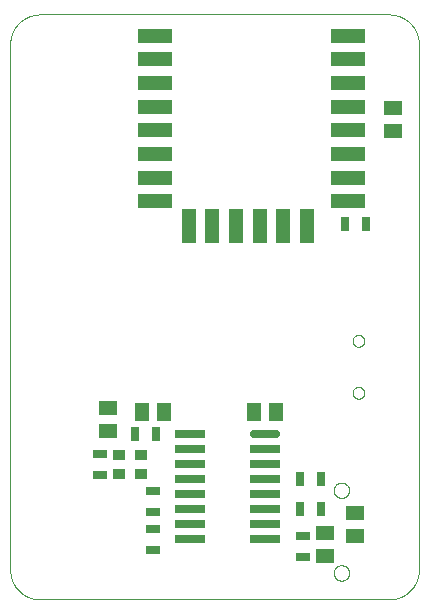
<source format=gbp>
G75*
%MOIN*%
%OFA0B0*%
%FSLAX25Y25*%
%IPPOS*%
%LPD*%
%AMOC8*
5,1,8,0,0,1.08239X$1,22.5*
%
%ADD10C,0.00000*%
%ADD11R,0.03150X0.04724*%
%ADD12R,0.04724X0.03150*%
%ADD13R,0.06299X0.05118*%
%ADD14R,0.05118X0.06299*%
%ADD15R,0.11811X0.04724*%
%ADD16R,0.04724X0.11811*%
%ADD17C,0.02500*%
%ADD18R,0.10000X0.02500*%
%ADD19R,0.03937X0.03740*%
D10*
X0001000Y0016467D02*
X0001000Y0191742D01*
X0001003Y0191980D01*
X0001011Y0192218D01*
X0001026Y0192455D01*
X0001046Y0192692D01*
X0001072Y0192928D01*
X0001103Y0193164D01*
X0001140Y0193399D01*
X0001183Y0193633D01*
X0001232Y0193866D01*
X0001286Y0194098D01*
X0001346Y0194328D01*
X0001411Y0194557D01*
X0001482Y0194784D01*
X0001558Y0195009D01*
X0001640Y0195232D01*
X0001727Y0195454D01*
X0001819Y0195673D01*
X0001917Y0195890D01*
X0002019Y0196104D01*
X0002127Y0196316D01*
X0002241Y0196526D01*
X0002359Y0196732D01*
X0002482Y0196936D01*
X0002610Y0197136D01*
X0002742Y0197333D01*
X0002880Y0197528D01*
X0003022Y0197718D01*
X0003169Y0197906D01*
X0003320Y0198089D01*
X0003475Y0198269D01*
X0003635Y0198445D01*
X0003799Y0198617D01*
X0003968Y0198786D01*
X0004140Y0198950D01*
X0004316Y0199110D01*
X0004496Y0199265D01*
X0004679Y0199416D01*
X0004867Y0199563D01*
X0005057Y0199705D01*
X0005252Y0199843D01*
X0005449Y0199975D01*
X0005649Y0200103D01*
X0005853Y0200226D01*
X0006059Y0200344D01*
X0006269Y0200458D01*
X0006481Y0200566D01*
X0006695Y0200668D01*
X0006912Y0200766D01*
X0007131Y0200858D01*
X0007353Y0200945D01*
X0007576Y0201027D01*
X0007801Y0201103D01*
X0008028Y0201174D01*
X0008257Y0201239D01*
X0008487Y0201299D01*
X0008719Y0201353D01*
X0008952Y0201402D01*
X0009186Y0201445D01*
X0009421Y0201482D01*
X0009657Y0201513D01*
X0009893Y0201539D01*
X0010130Y0201559D01*
X0010367Y0201574D01*
X0010605Y0201582D01*
X0010843Y0201585D01*
X0127358Y0201585D01*
X0127596Y0201582D01*
X0127834Y0201574D01*
X0128071Y0201559D01*
X0128308Y0201539D01*
X0128544Y0201513D01*
X0128780Y0201482D01*
X0129015Y0201445D01*
X0129249Y0201402D01*
X0129482Y0201353D01*
X0129714Y0201299D01*
X0129944Y0201239D01*
X0130173Y0201174D01*
X0130400Y0201103D01*
X0130625Y0201027D01*
X0130848Y0200945D01*
X0131070Y0200858D01*
X0131289Y0200766D01*
X0131506Y0200668D01*
X0131720Y0200566D01*
X0131932Y0200458D01*
X0132142Y0200344D01*
X0132348Y0200226D01*
X0132552Y0200103D01*
X0132752Y0199975D01*
X0132949Y0199843D01*
X0133144Y0199705D01*
X0133334Y0199563D01*
X0133522Y0199416D01*
X0133705Y0199265D01*
X0133885Y0199110D01*
X0134061Y0198950D01*
X0134233Y0198786D01*
X0134402Y0198617D01*
X0134566Y0198445D01*
X0134726Y0198269D01*
X0134881Y0198089D01*
X0135032Y0197906D01*
X0135179Y0197718D01*
X0135321Y0197528D01*
X0135459Y0197333D01*
X0135591Y0197136D01*
X0135719Y0196936D01*
X0135842Y0196732D01*
X0135960Y0196526D01*
X0136074Y0196316D01*
X0136182Y0196104D01*
X0136284Y0195890D01*
X0136382Y0195673D01*
X0136474Y0195454D01*
X0136561Y0195232D01*
X0136643Y0195009D01*
X0136719Y0194784D01*
X0136790Y0194557D01*
X0136855Y0194328D01*
X0136915Y0194098D01*
X0136969Y0193866D01*
X0137018Y0193633D01*
X0137061Y0193399D01*
X0137098Y0193164D01*
X0137129Y0192928D01*
X0137155Y0192692D01*
X0137175Y0192455D01*
X0137190Y0192218D01*
X0137198Y0191980D01*
X0137201Y0191742D01*
X0137201Y0016467D01*
X0137198Y0016229D01*
X0137190Y0015991D01*
X0137175Y0015754D01*
X0137155Y0015517D01*
X0137129Y0015281D01*
X0137098Y0015045D01*
X0137061Y0014810D01*
X0137018Y0014576D01*
X0136969Y0014343D01*
X0136915Y0014111D01*
X0136855Y0013881D01*
X0136790Y0013652D01*
X0136719Y0013425D01*
X0136643Y0013200D01*
X0136561Y0012977D01*
X0136474Y0012755D01*
X0136382Y0012536D01*
X0136284Y0012319D01*
X0136182Y0012105D01*
X0136074Y0011893D01*
X0135960Y0011683D01*
X0135842Y0011477D01*
X0135719Y0011273D01*
X0135591Y0011073D01*
X0135459Y0010876D01*
X0135321Y0010681D01*
X0135179Y0010491D01*
X0135032Y0010303D01*
X0134881Y0010120D01*
X0134726Y0009940D01*
X0134566Y0009764D01*
X0134402Y0009592D01*
X0134233Y0009423D01*
X0134061Y0009259D01*
X0133885Y0009099D01*
X0133705Y0008944D01*
X0133522Y0008793D01*
X0133334Y0008646D01*
X0133144Y0008504D01*
X0132949Y0008366D01*
X0132752Y0008234D01*
X0132552Y0008106D01*
X0132348Y0007983D01*
X0132142Y0007865D01*
X0131932Y0007751D01*
X0131720Y0007643D01*
X0131506Y0007541D01*
X0131289Y0007443D01*
X0131070Y0007351D01*
X0130848Y0007264D01*
X0130625Y0007182D01*
X0130400Y0007106D01*
X0130173Y0007035D01*
X0129944Y0006970D01*
X0129714Y0006910D01*
X0129482Y0006856D01*
X0129249Y0006807D01*
X0129015Y0006764D01*
X0128780Y0006727D01*
X0128544Y0006696D01*
X0128308Y0006670D01*
X0128071Y0006650D01*
X0127834Y0006635D01*
X0127596Y0006627D01*
X0127358Y0006624D01*
X0010843Y0006624D01*
X0010605Y0006627D01*
X0010367Y0006635D01*
X0010130Y0006650D01*
X0009893Y0006670D01*
X0009657Y0006696D01*
X0009421Y0006727D01*
X0009186Y0006764D01*
X0008952Y0006807D01*
X0008719Y0006856D01*
X0008487Y0006910D01*
X0008257Y0006970D01*
X0008028Y0007035D01*
X0007801Y0007106D01*
X0007576Y0007182D01*
X0007353Y0007264D01*
X0007131Y0007351D01*
X0006912Y0007443D01*
X0006695Y0007541D01*
X0006481Y0007643D01*
X0006269Y0007751D01*
X0006059Y0007865D01*
X0005853Y0007983D01*
X0005649Y0008106D01*
X0005449Y0008234D01*
X0005252Y0008366D01*
X0005057Y0008504D01*
X0004867Y0008646D01*
X0004679Y0008793D01*
X0004496Y0008944D01*
X0004316Y0009099D01*
X0004140Y0009259D01*
X0003968Y0009423D01*
X0003799Y0009592D01*
X0003635Y0009764D01*
X0003475Y0009940D01*
X0003320Y0010120D01*
X0003169Y0010303D01*
X0003022Y0010491D01*
X0002880Y0010681D01*
X0002742Y0010876D01*
X0002610Y0011073D01*
X0002482Y0011273D01*
X0002359Y0011477D01*
X0002241Y0011683D01*
X0002127Y0011893D01*
X0002019Y0012105D01*
X0001917Y0012319D01*
X0001819Y0012536D01*
X0001727Y0012755D01*
X0001640Y0012977D01*
X0001558Y0013200D01*
X0001482Y0013425D01*
X0001411Y0013652D01*
X0001346Y0013881D01*
X0001286Y0014111D01*
X0001232Y0014343D01*
X0001183Y0014576D01*
X0001140Y0014810D01*
X0001103Y0015045D01*
X0001072Y0015281D01*
X0001046Y0015517D01*
X0001026Y0015754D01*
X0001011Y0015991D01*
X0001003Y0016229D01*
X0001000Y0016467D01*
X0108835Y0015423D02*
X0108837Y0015524D01*
X0108843Y0015625D01*
X0108853Y0015726D01*
X0108867Y0015826D01*
X0108885Y0015925D01*
X0108907Y0016024D01*
X0108932Y0016122D01*
X0108962Y0016219D01*
X0108995Y0016314D01*
X0109032Y0016408D01*
X0109073Y0016501D01*
X0109117Y0016592D01*
X0109165Y0016681D01*
X0109217Y0016768D01*
X0109272Y0016853D01*
X0109330Y0016935D01*
X0109391Y0017016D01*
X0109456Y0017094D01*
X0109523Y0017169D01*
X0109593Y0017241D01*
X0109667Y0017311D01*
X0109743Y0017378D01*
X0109821Y0017442D01*
X0109902Y0017502D01*
X0109985Y0017559D01*
X0110071Y0017613D01*
X0110159Y0017664D01*
X0110248Y0017711D01*
X0110339Y0017755D01*
X0110432Y0017794D01*
X0110527Y0017831D01*
X0110622Y0017863D01*
X0110719Y0017892D01*
X0110818Y0017916D01*
X0110916Y0017937D01*
X0111016Y0017954D01*
X0111116Y0017967D01*
X0111217Y0017976D01*
X0111318Y0017981D01*
X0111419Y0017982D01*
X0111520Y0017979D01*
X0111621Y0017972D01*
X0111722Y0017961D01*
X0111822Y0017946D01*
X0111921Y0017927D01*
X0112020Y0017904D01*
X0112117Y0017878D01*
X0112214Y0017847D01*
X0112309Y0017813D01*
X0112402Y0017775D01*
X0112495Y0017733D01*
X0112585Y0017688D01*
X0112674Y0017639D01*
X0112760Y0017587D01*
X0112844Y0017531D01*
X0112927Y0017472D01*
X0113006Y0017410D01*
X0113084Y0017345D01*
X0113158Y0017277D01*
X0113230Y0017205D01*
X0113299Y0017132D01*
X0113365Y0017055D01*
X0113428Y0016976D01*
X0113488Y0016894D01*
X0113544Y0016810D01*
X0113597Y0016724D01*
X0113647Y0016636D01*
X0113693Y0016546D01*
X0113736Y0016455D01*
X0113775Y0016361D01*
X0113810Y0016266D01*
X0113841Y0016170D01*
X0113869Y0016073D01*
X0113893Y0015975D01*
X0113913Y0015876D01*
X0113929Y0015776D01*
X0113941Y0015675D01*
X0113949Y0015575D01*
X0113953Y0015474D01*
X0113953Y0015372D01*
X0113949Y0015271D01*
X0113941Y0015171D01*
X0113929Y0015070D01*
X0113913Y0014970D01*
X0113893Y0014871D01*
X0113869Y0014773D01*
X0113841Y0014676D01*
X0113810Y0014580D01*
X0113775Y0014485D01*
X0113736Y0014391D01*
X0113693Y0014300D01*
X0113647Y0014210D01*
X0113597Y0014122D01*
X0113544Y0014036D01*
X0113488Y0013952D01*
X0113428Y0013870D01*
X0113365Y0013791D01*
X0113299Y0013714D01*
X0113230Y0013641D01*
X0113158Y0013569D01*
X0113084Y0013501D01*
X0113006Y0013436D01*
X0112927Y0013374D01*
X0112844Y0013315D01*
X0112760Y0013259D01*
X0112673Y0013207D01*
X0112585Y0013158D01*
X0112495Y0013113D01*
X0112402Y0013071D01*
X0112309Y0013033D01*
X0112214Y0012999D01*
X0112117Y0012968D01*
X0112020Y0012942D01*
X0111921Y0012919D01*
X0111822Y0012900D01*
X0111722Y0012885D01*
X0111621Y0012874D01*
X0111520Y0012867D01*
X0111419Y0012864D01*
X0111318Y0012865D01*
X0111217Y0012870D01*
X0111116Y0012879D01*
X0111016Y0012892D01*
X0110916Y0012909D01*
X0110818Y0012930D01*
X0110719Y0012954D01*
X0110622Y0012983D01*
X0110527Y0013015D01*
X0110432Y0013052D01*
X0110339Y0013091D01*
X0110248Y0013135D01*
X0110159Y0013182D01*
X0110071Y0013233D01*
X0109985Y0013287D01*
X0109902Y0013344D01*
X0109821Y0013404D01*
X0109743Y0013468D01*
X0109667Y0013535D01*
X0109593Y0013605D01*
X0109523Y0013677D01*
X0109456Y0013752D01*
X0109391Y0013830D01*
X0109330Y0013911D01*
X0109272Y0013993D01*
X0109217Y0014078D01*
X0109165Y0014165D01*
X0109117Y0014254D01*
X0109073Y0014345D01*
X0109032Y0014438D01*
X0108995Y0014532D01*
X0108962Y0014627D01*
X0108932Y0014724D01*
X0108907Y0014822D01*
X0108885Y0014921D01*
X0108867Y0015020D01*
X0108853Y0015120D01*
X0108843Y0015221D01*
X0108837Y0015322D01*
X0108835Y0015423D01*
X0108835Y0042982D02*
X0108837Y0043083D01*
X0108843Y0043184D01*
X0108853Y0043285D01*
X0108867Y0043385D01*
X0108885Y0043484D01*
X0108907Y0043583D01*
X0108932Y0043681D01*
X0108962Y0043778D01*
X0108995Y0043873D01*
X0109032Y0043967D01*
X0109073Y0044060D01*
X0109117Y0044151D01*
X0109165Y0044240D01*
X0109217Y0044327D01*
X0109272Y0044412D01*
X0109330Y0044494D01*
X0109391Y0044575D01*
X0109456Y0044653D01*
X0109523Y0044728D01*
X0109593Y0044800D01*
X0109667Y0044870D01*
X0109743Y0044937D01*
X0109821Y0045001D01*
X0109902Y0045061D01*
X0109985Y0045118D01*
X0110071Y0045172D01*
X0110159Y0045223D01*
X0110248Y0045270D01*
X0110339Y0045314D01*
X0110432Y0045353D01*
X0110527Y0045390D01*
X0110622Y0045422D01*
X0110719Y0045451D01*
X0110818Y0045475D01*
X0110916Y0045496D01*
X0111016Y0045513D01*
X0111116Y0045526D01*
X0111217Y0045535D01*
X0111318Y0045540D01*
X0111419Y0045541D01*
X0111520Y0045538D01*
X0111621Y0045531D01*
X0111722Y0045520D01*
X0111822Y0045505D01*
X0111921Y0045486D01*
X0112020Y0045463D01*
X0112117Y0045437D01*
X0112214Y0045406D01*
X0112309Y0045372D01*
X0112402Y0045334D01*
X0112495Y0045292D01*
X0112585Y0045247D01*
X0112674Y0045198D01*
X0112760Y0045146D01*
X0112844Y0045090D01*
X0112927Y0045031D01*
X0113006Y0044969D01*
X0113084Y0044904D01*
X0113158Y0044836D01*
X0113230Y0044764D01*
X0113299Y0044691D01*
X0113365Y0044614D01*
X0113428Y0044535D01*
X0113488Y0044453D01*
X0113544Y0044369D01*
X0113597Y0044283D01*
X0113647Y0044195D01*
X0113693Y0044105D01*
X0113736Y0044014D01*
X0113775Y0043920D01*
X0113810Y0043825D01*
X0113841Y0043729D01*
X0113869Y0043632D01*
X0113893Y0043534D01*
X0113913Y0043435D01*
X0113929Y0043335D01*
X0113941Y0043234D01*
X0113949Y0043134D01*
X0113953Y0043033D01*
X0113953Y0042931D01*
X0113949Y0042830D01*
X0113941Y0042730D01*
X0113929Y0042629D01*
X0113913Y0042529D01*
X0113893Y0042430D01*
X0113869Y0042332D01*
X0113841Y0042235D01*
X0113810Y0042139D01*
X0113775Y0042044D01*
X0113736Y0041950D01*
X0113693Y0041859D01*
X0113647Y0041769D01*
X0113597Y0041681D01*
X0113544Y0041595D01*
X0113488Y0041511D01*
X0113428Y0041429D01*
X0113365Y0041350D01*
X0113299Y0041273D01*
X0113230Y0041200D01*
X0113158Y0041128D01*
X0113084Y0041060D01*
X0113006Y0040995D01*
X0112927Y0040933D01*
X0112844Y0040874D01*
X0112760Y0040818D01*
X0112673Y0040766D01*
X0112585Y0040717D01*
X0112495Y0040672D01*
X0112402Y0040630D01*
X0112309Y0040592D01*
X0112214Y0040558D01*
X0112117Y0040527D01*
X0112020Y0040501D01*
X0111921Y0040478D01*
X0111822Y0040459D01*
X0111722Y0040444D01*
X0111621Y0040433D01*
X0111520Y0040426D01*
X0111419Y0040423D01*
X0111318Y0040424D01*
X0111217Y0040429D01*
X0111116Y0040438D01*
X0111016Y0040451D01*
X0110916Y0040468D01*
X0110818Y0040489D01*
X0110719Y0040513D01*
X0110622Y0040542D01*
X0110527Y0040574D01*
X0110432Y0040611D01*
X0110339Y0040650D01*
X0110248Y0040694D01*
X0110159Y0040741D01*
X0110071Y0040792D01*
X0109985Y0040846D01*
X0109902Y0040903D01*
X0109821Y0040963D01*
X0109743Y0041027D01*
X0109667Y0041094D01*
X0109593Y0041164D01*
X0109523Y0041236D01*
X0109456Y0041311D01*
X0109391Y0041389D01*
X0109330Y0041470D01*
X0109272Y0041552D01*
X0109217Y0041637D01*
X0109165Y0041724D01*
X0109117Y0041813D01*
X0109073Y0041904D01*
X0109032Y0041997D01*
X0108995Y0042091D01*
X0108962Y0042186D01*
X0108932Y0042283D01*
X0108907Y0042381D01*
X0108885Y0042480D01*
X0108867Y0042579D01*
X0108853Y0042679D01*
X0108843Y0042780D01*
X0108837Y0042881D01*
X0108835Y0042982D01*
X0115094Y0075463D02*
X0115096Y0075551D01*
X0115102Y0075639D01*
X0115112Y0075727D01*
X0115126Y0075815D01*
X0115143Y0075901D01*
X0115165Y0075987D01*
X0115190Y0076071D01*
X0115220Y0076155D01*
X0115252Y0076237D01*
X0115289Y0076317D01*
X0115329Y0076396D01*
X0115373Y0076473D01*
X0115420Y0076548D01*
X0115470Y0076620D01*
X0115524Y0076691D01*
X0115580Y0076758D01*
X0115640Y0076824D01*
X0115702Y0076886D01*
X0115768Y0076946D01*
X0115835Y0077002D01*
X0115906Y0077056D01*
X0115978Y0077106D01*
X0116053Y0077153D01*
X0116130Y0077197D01*
X0116209Y0077237D01*
X0116289Y0077274D01*
X0116371Y0077306D01*
X0116455Y0077336D01*
X0116539Y0077361D01*
X0116625Y0077383D01*
X0116711Y0077400D01*
X0116799Y0077414D01*
X0116887Y0077424D01*
X0116975Y0077430D01*
X0117063Y0077432D01*
X0117151Y0077430D01*
X0117239Y0077424D01*
X0117327Y0077414D01*
X0117415Y0077400D01*
X0117501Y0077383D01*
X0117587Y0077361D01*
X0117671Y0077336D01*
X0117755Y0077306D01*
X0117837Y0077274D01*
X0117917Y0077237D01*
X0117996Y0077197D01*
X0118073Y0077153D01*
X0118148Y0077106D01*
X0118220Y0077056D01*
X0118291Y0077002D01*
X0118358Y0076946D01*
X0118424Y0076886D01*
X0118486Y0076824D01*
X0118546Y0076758D01*
X0118602Y0076691D01*
X0118656Y0076620D01*
X0118706Y0076548D01*
X0118753Y0076473D01*
X0118797Y0076396D01*
X0118837Y0076317D01*
X0118874Y0076237D01*
X0118906Y0076155D01*
X0118936Y0076071D01*
X0118961Y0075987D01*
X0118983Y0075901D01*
X0119000Y0075815D01*
X0119014Y0075727D01*
X0119024Y0075639D01*
X0119030Y0075551D01*
X0119032Y0075463D01*
X0119030Y0075375D01*
X0119024Y0075287D01*
X0119014Y0075199D01*
X0119000Y0075111D01*
X0118983Y0075025D01*
X0118961Y0074939D01*
X0118936Y0074855D01*
X0118906Y0074771D01*
X0118874Y0074689D01*
X0118837Y0074609D01*
X0118797Y0074530D01*
X0118753Y0074453D01*
X0118706Y0074378D01*
X0118656Y0074306D01*
X0118602Y0074235D01*
X0118546Y0074168D01*
X0118486Y0074102D01*
X0118424Y0074040D01*
X0118358Y0073980D01*
X0118291Y0073924D01*
X0118220Y0073870D01*
X0118148Y0073820D01*
X0118073Y0073773D01*
X0117996Y0073729D01*
X0117917Y0073689D01*
X0117837Y0073652D01*
X0117755Y0073620D01*
X0117671Y0073590D01*
X0117587Y0073565D01*
X0117501Y0073543D01*
X0117415Y0073526D01*
X0117327Y0073512D01*
X0117239Y0073502D01*
X0117151Y0073496D01*
X0117063Y0073494D01*
X0116975Y0073496D01*
X0116887Y0073502D01*
X0116799Y0073512D01*
X0116711Y0073526D01*
X0116625Y0073543D01*
X0116539Y0073565D01*
X0116455Y0073590D01*
X0116371Y0073620D01*
X0116289Y0073652D01*
X0116209Y0073689D01*
X0116130Y0073729D01*
X0116053Y0073773D01*
X0115978Y0073820D01*
X0115906Y0073870D01*
X0115835Y0073924D01*
X0115768Y0073980D01*
X0115702Y0074040D01*
X0115640Y0074102D01*
X0115580Y0074168D01*
X0115524Y0074235D01*
X0115470Y0074306D01*
X0115420Y0074378D01*
X0115373Y0074453D01*
X0115329Y0074530D01*
X0115289Y0074609D01*
X0115252Y0074689D01*
X0115220Y0074771D01*
X0115190Y0074855D01*
X0115165Y0074939D01*
X0115143Y0075025D01*
X0115126Y0075111D01*
X0115112Y0075199D01*
X0115102Y0075287D01*
X0115096Y0075375D01*
X0115094Y0075463D01*
X0115094Y0092785D02*
X0115096Y0092873D01*
X0115102Y0092961D01*
X0115112Y0093049D01*
X0115126Y0093137D01*
X0115143Y0093223D01*
X0115165Y0093309D01*
X0115190Y0093393D01*
X0115220Y0093477D01*
X0115252Y0093559D01*
X0115289Y0093639D01*
X0115329Y0093718D01*
X0115373Y0093795D01*
X0115420Y0093870D01*
X0115470Y0093942D01*
X0115524Y0094013D01*
X0115580Y0094080D01*
X0115640Y0094146D01*
X0115702Y0094208D01*
X0115768Y0094268D01*
X0115835Y0094324D01*
X0115906Y0094378D01*
X0115978Y0094428D01*
X0116053Y0094475D01*
X0116130Y0094519D01*
X0116209Y0094559D01*
X0116289Y0094596D01*
X0116371Y0094628D01*
X0116455Y0094658D01*
X0116539Y0094683D01*
X0116625Y0094705D01*
X0116711Y0094722D01*
X0116799Y0094736D01*
X0116887Y0094746D01*
X0116975Y0094752D01*
X0117063Y0094754D01*
X0117151Y0094752D01*
X0117239Y0094746D01*
X0117327Y0094736D01*
X0117415Y0094722D01*
X0117501Y0094705D01*
X0117587Y0094683D01*
X0117671Y0094658D01*
X0117755Y0094628D01*
X0117837Y0094596D01*
X0117917Y0094559D01*
X0117996Y0094519D01*
X0118073Y0094475D01*
X0118148Y0094428D01*
X0118220Y0094378D01*
X0118291Y0094324D01*
X0118358Y0094268D01*
X0118424Y0094208D01*
X0118486Y0094146D01*
X0118546Y0094080D01*
X0118602Y0094013D01*
X0118656Y0093942D01*
X0118706Y0093870D01*
X0118753Y0093795D01*
X0118797Y0093718D01*
X0118837Y0093639D01*
X0118874Y0093559D01*
X0118906Y0093477D01*
X0118936Y0093393D01*
X0118961Y0093309D01*
X0118983Y0093223D01*
X0119000Y0093137D01*
X0119014Y0093049D01*
X0119024Y0092961D01*
X0119030Y0092873D01*
X0119032Y0092785D01*
X0119030Y0092697D01*
X0119024Y0092609D01*
X0119014Y0092521D01*
X0119000Y0092433D01*
X0118983Y0092347D01*
X0118961Y0092261D01*
X0118936Y0092177D01*
X0118906Y0092093D01*
X0118874Y0092011D01*
X0118837Y0091931D01*
X0118797Y0091852D01*
X0118753Y0091775D01*
X0118706Y0091700D01*
X0118656Y0091628D01*
X0118602Y0091557D01*
X0118546Y0091490D01*
X0118486Y0091424D01*
X0118424Y0091362D01*
X0118358Y0091302D01*
X0118291Y0091246D01*
X0118220Y0091192D01*
X0118148Y0091142D01*
X0118073Y0091095D01*
X0117996Y0091051D01*
X0117917Y0091011D01*
X0117837Y0090974D01*
X0117755Y0090942D01*
X0117671Y0090912D01*
X0117587Y0090887D01*
X0117501Y0090865D01*
X0117415Y0090848D01*
X0117327Y0090834D01*
X0117239Y0090824D01*
X0117151Y0090818D01*
X0117063Y0090816D01*
X0116975Y0090818D01*
X0116887Y0090824D01*
X0116799Y0090834D01*
X0116711Y0090848D01*
X0116625Y0090865D01*
X0116539Y0090887D01*
X0116455Y0090912D01*
X0116371Y0090942D01*
X0116289Y0090974D01*
X0116209Y0091011D01*
X0116130Y0091051D01*
X0116053Y0091095D01*
X0115978Y0091142D01*
X0115906Y0091192D01*
X0115835Y0091246D01*
X0115768Y0091302D01*
X0115702Y0091362D01*
X0115640Y0091424D01*
X0115580Y0091490D01*
X0115524Y0091557D01*
X0115470Y0091628D01*
X0115420Y0091700D01*
X0115373Y0091775D01*
X0115329Y0091852D01*
X0115289Y0091931D01*
X0115252Y0092011D01*
X0115220Y0092093D01*
X0115190Y0092177D01*
X0115165Y0092261D01*
X0115143Y0092347D01*
X0115126Y0092433D01*
X0115112Y0092521D01*
X0115102Y0092609D01*
X0115096Y0092697D01*
X0115094Y0092785D01*
D11*
X0112457Y0131624D03*
X0119543Y0131624D03*
X0104543Y0046624D03*
X0104543Y0036624D03*
X0097457Y0036624D03*
X0097457Y0046624D03*
X0049543Y0061624D03*
X0042457Y0061624D03*
D12*
X0031000Y0055167D03*
X0031000Y0048081D03*
X0048500Y0042667D03*
X0048500Y0035581D03*
X0048500Y0030167D03*
X0048500Y0023081D03*
X0098500Y0020581D03*
X0098500Y0027667D03*
D13*
X0106000Y0028652D03*
X0106000Y0021171D03*
X0116000Y0027884D03*
X0116000Y0035364D03*
X0128500Y0162884D03*
X0128500Y0170364D03*
X0033500Y0070364D03*
X0033500Y0062884D03*
D14*
X0044760Y0069124D03*
X0052240Y0069124D03*
X0082260Y0069124D03*
X0089740Y0069124D03*
D15*
X0113677Y0139341D03*
X0113677Y0147215D03*
X0113677Y0155089D03*
X0113677Y0162963D03*
X0113677Y0170837D03*
X0113677Y0178711D03*
X0113677Y0186585D03*
X0113677Y0194459D03*
X0049110Y0194459D03*
X0049110Y0186585D03*
X0049110Y0178711D03*
X0049110Y0170837D03*
X0049110Y0162963D03*
X0049110Y0155089D03*
X0049110Y0147215D03*
X0049110Y0139341D03*
D16*
X0060528Y0131073D03*
X0068402Y0131073D03*
X0076276Y0131073D03*
X0084150Y0131073D03*
X0092024Y0131073D03*
X0099898Y0131073D03*
D17*
X0089750Y0061624D02*
X0082250Y0061624D01*
D18*
X0086000Y0056624D03*
X0086000Y0051624D03*
X0086000Y0046624D03*
X0086000Y0041624D03*
X0086000Y0036624D03*
X0086000Y0031624D03*
X0086000Y0026624D03*
X0061000Y0026624D03*
X0061000Y0031624D03*
X0061000Y0036624D03*
X0061000Y0041624D03*
X0061000Y0046624D03*
X0061000Y0051624D03*
X0061000Y0056624D03*
X0061000Y0061624D03*
D19*
X0044642Y0054675D03*
X0044642Y0048573D03*
X0037358Y0048573D03*
X0037358Y0054675D03*
M02*

</source>
